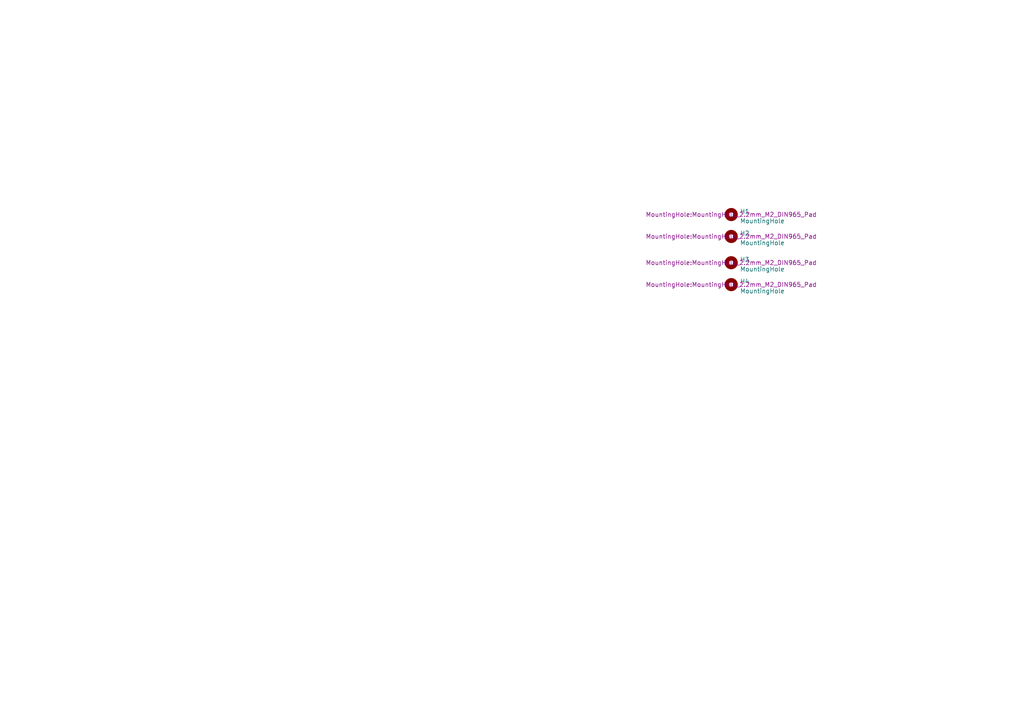
<source format=kicad_sch>
(kicad_sch (version 20211123) (generator eeschema)
  (paper "A4")
  (lib_symbols
    (symbol "Mechanical:MountingHole" (pin_names (offset 1.016))
      (property "Reference" "H" (at 0 5.08 0))
      (property "Value" "MountingHole" (at 0 3.175 0))
      (symbol "MountingHole_0_1"
        (circle (center 0 0) (radius 1.27) (stroke (width 1.27)))
      )
    )
  )
  (symbol (lib_id "Mechanical:MountingHole") (at 212.09 82.55 0) (unit 1)
    (property "Reference" "H4" (at 214.63 81.6415 0) (effects (justify left)))
    (property "Value" "MountingHole" (at 214.63 84.4166 0) (effects (justify left)))
    (property "Footprint" "MountingHole:MountingHole_2.2mm_M2_DIN965_Pad" (at 212.09 82.55 0))
  )
  (symbol (lib_id "Mechanical:MountingHole") (at 212.09 62.23 0) (unit 1)
    (property "Reference" "H1" (at 214.63 61.3215 0) (effects (justify left)))
    (property "Value" "MountingHole" (at 214.63 64.0966 0) (effects (justify left)))
    (property "Footprint" "MountingHole:MountingHole_2.2mm_M2_DIN965_Pad" (at 212.09 62.23 0))
  )
  (symbol (lib_id "Mechanical:MountingHole") (at 212.09 76.2 0) (unit 1)
    (property "Reference" "H3" (at 214.63 75.2915 0) (effects (justify left)))
    (property "Value" "MountingHole" (at 214.63 78.0666 0) (effects (justify left)))
    (property "Footprint" "MountingHole:MountingHole_2.2mm_M2_DIN965_Pad" (at 212.09 76.2 0))
  )
  (symbol (lib_id "Mechanical:MountingHole") (at 212.09 68.58 0) (unit 1)
    (property "Reference" "H2" (at 214.63 67.6715 0) (effects (justify left)))
    (property "Value" "MountingHole" (at 214.63 70.4466 0) (effects (justify left)))
    (property "Footprint" "MountingHole:MountingHole_2.2mm_M2_DIN965_Pad" (at 212.09 68.58 0))
  )
)
</source>
